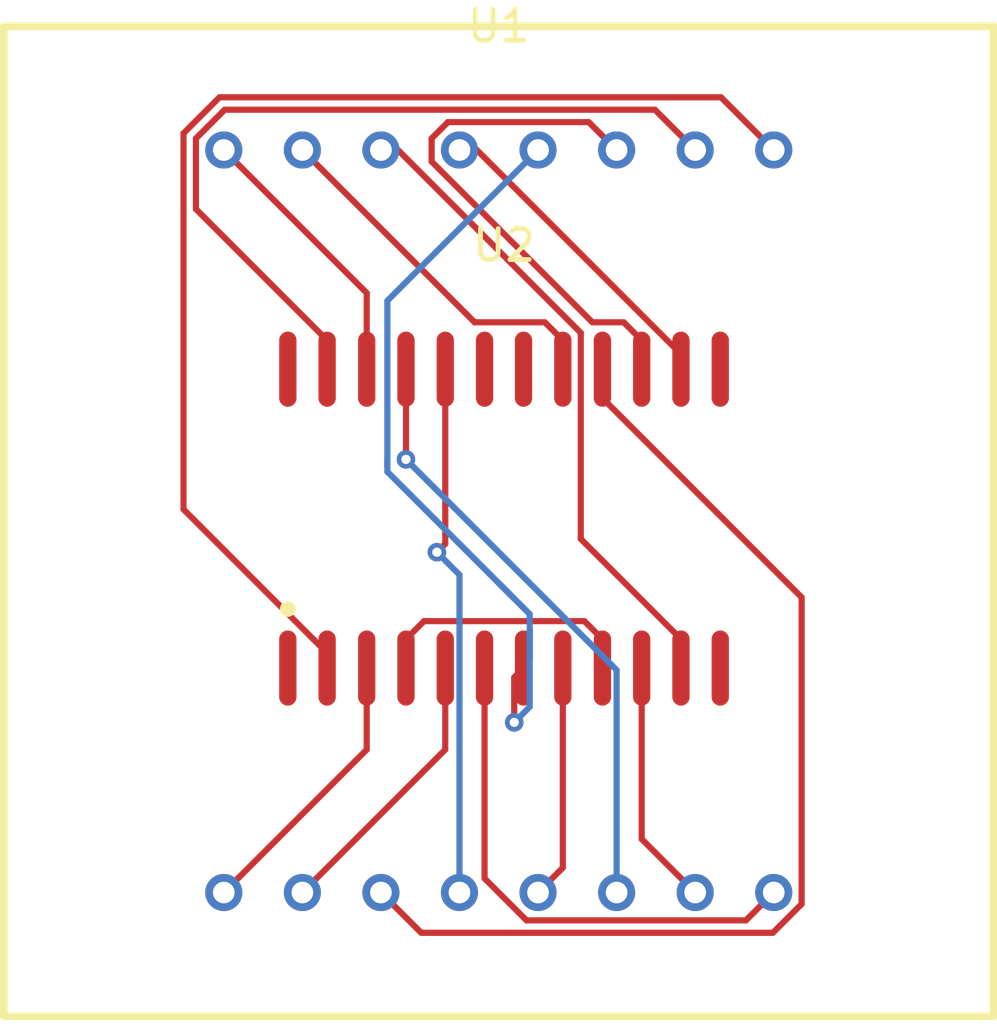
<source format=kicad_pcb>
(kicad_pcb (version 20241229) (generator "pcbnew") (generator_version "9.0")
  (layers (0 "F.Cu" signal) (2 "B.Cu" signal) (13 "F.Paste" user) (15 "B.Paste" user) (5 "F.SilkS" user "F.Silkscreen") (7 "B.SilkS" user "B.Silkscreen") (1 "F.Mask" user) (3 "B.Mask" user) (25 "Edge.Cuts" user))
  (net 0 "")
  (net 1 "DIG1")
  (net 2 "DIG7")
  (net 3 "dout")
  (net 4 "ROW3")
  (net 5 "clk")
  (net 6 "gnd")
  (net 7 "Vpos")
  (net 8 "ROW5")
  (net 9 "cs")
  (net 10 "ROW1")
  (net 11 "SEGG")
  (net 12 "DIG5")
  (net 13 "SEGB")
  (net 14 "ROW7")
  (net 15 "SEGA")
  (net 16 "SEGC")
  (net 17 "ROW4")
  (net 18 "ISET")
  (net 19 "SEGDP")
  (net 20 "SEGD")
  (net 21 "SEGE")
  (net 22 "din")
  (net 23 "SEGF")
  (footprint "HGSEMI_MAX7219M_TR:SOP-24_L15.4-W7.5-P1.27-LS10.4-BL" (layer "F.Cu") (at 132.670721 98.414975)
    (property "Reference" "U2" (at 0 -8.83 0) (layer "F.SilkS"))
    (property "Value" "")
    (fp_circle (center -6.99 2.92) (end -6.86 2.92) (stroke (width 0.25)) (fill no) (layer "F.SilkS"))
    (fp_text user "${REFERENCE}" (at 0 -8.83 0) (layer "F.SilkS"))
    (pad "1" smd oval (at -6.99 4.83) (size 0.56 2.43) (layers "F.Cu" "F.Mask" "F.Paste") (net 22 "din"))
    (pad "2" smd oval (at -5.72 4.83) (size 0.56 2.43) (layers "F.Cu" "F.Mask" "F.Paste") (net 10 "ROW1"))
    (pad "3" smd oval (at -4.44 4.83) (size 0.56 2.43) (layers "F.Cu" "F.Mask" "F.Paste") (net 8 "ROW5"))
    (pad "4" smd oval (at -3.17 4.83) (size 0.56 2.43) (layers "F.Cu" "F.Mask" "F.Paste") (net 6 "gnd"))
    (pad "5" smd oval (at -1.9 4.83) (size 0.56 2.43) (layers "F.Cu" "F.Mask" "F.Paste") (net 14 "ROW7"))
    (pad "6" smd oval (at -0.63 4.83) (size 0.56 2.43) (layers "F.Cu" "F.Mask" "F.Paste") (net 4 "ROW3"))
    (pad "7" smd oval (at 0.63 4.83) (size 0.56 2.43) (layers "F.Cu" "F.Mask" "F.Paste") (net 17 "ROW4"))
    (pad "8" smd oval (at 1.9 4.83) (size 0.56 2.43) (layers "F.Cu" "F.Mask" "F.Paste") (net 2 "DIG7"))
    (pad "9" smd oval (at 3.18 4.83) (size 0.56 2.43) (layers "F.Cu" "F.Mask" "F.Paste") (net 6 "gnd"))
    (pad "10" smd oval (at 4.45 4.83) (size 0.56 2.43) (layers "F.Cu" "F.Mask" "F.Paste") (net 12 "DIG5"))
    (pad "11" smd oval (at 5.72 4.83) (size 0.56 2.43) (layers "F.Cu" "F.Mask" "F.Paste") (net 1 "DIG1"))
    (pad "12" smd oval (at 6.99 4.83) (size 0.56 2.43) (layers "F.Cu" "F.Mask" "F.Paste") (net 9 "cs"))
    (pad "13" smd oval (at 6.99 -4.83) (size 0.56 2.43) (layers "F.Cu" "F.Mask" "F.Paste") (net 5 "clk"))
    (pad "14" smd oval (at 5.72 -4.83) (size 0.56 2.43) (layers "F.Cu" "F.Mask" "F.Paste") (net 15 "SEGA"))
    (pad "15" smd oval (at 4.45 -4.83) (size 0.56 2.43) (layers "F.Cu" "F.Mask" "F.Paste") (net 23 "SEGF"))
    (pad "16" smd oval (at 3.18 -4.83) (size 0.56 2.43) (layers "F.Cu" "F.Mask" "F.Paste") (net 13 "SEGB"))
    (pad "17" smd oval (at 1.9 -4.83) (size 0.56 2.43) (layers "F.Cu" "F.Mask" "F.Paste") (net 11 "SEGG"))
    (pad "18" smd oval (at 0.63 -4.83) (size 0.56 2.43) (layers "F.Cu" "F.Mask" "F.Paste") (net 18 "ISET"))
    (pad "19" smd oval (at -0.63 -4.83) (size 0.56 2.43) (layers "F.Cu" "F.Mask" "F.Paste") (net 7 "Vpos"))
    (pad "20" smd oval (at -1.9 -4.83) (size 0.56 2.43) (layers "F.Cu" "F.Mask" "F.Paste") (net 16 "SEGC"))
    (pad "21" smd oval (at -3.17 -4.83) (size 0.56 2.43) (layers "F.Cu" "F.Mask" "F.Paste") (net 21 "SEGE"))
    (pad "22" smd oval (at -4.44 -4.83) (size 0.56 2.43) (layers "F.Cu" "F.Mask" "F.Paste") (net 19 "SEGDP"))
    (pad "23" smd oval (at -5.72 -4.83) (size 0.56 2.43) (layers "F.Cu" "F.Mask" "F.Paste") (net 20 "SEGD"))
    (pad "24" smd oval (at -6.99 -4.83) (size 0.56 2.43) (layers "F.Cu" "F.Mask" "F.Paste") (net 3 "dout"))
  )
  (footprint "ARKLED_SZ421288N_64:LED-SEG-TH_SZ421288N-64" (layer "F.Cu") (at 132.5 98.5)
    (property "Reference" "U1" (at 0 -16 0) (layer "F.SilkS"))
    (property "Value" "")
    (fp_line (start -16 -16) (end -16 16) (stroke (width 0.25)) (layer "F.SilkS"))
    (fp_line (start -16 16) (end 16 16) (stroke (width 0.25)) (layer "F.SilkS"))
    (fp_line (start 16 -16) (end -16 -16) (stroke (width 0.25)) (layer "F.SilkS"))
    (fp_line (start 16 16) (end 16 -16) (stroke (width 0.25)) (layer "F.SilkS"))
    (fp_text user "${REFERENCE}" (at 0 -16 0) (layer "F.SilkS"))
    (pad "1" thru_hole circle (at -8.89 12) (size 1.2 1.2) (drill 0.700024) (layers "*.Cu" "*.Mask") (net 8 "ROW5"))
    (pad "2" thru_hole circle (at -6.35 12) (size 1.2 1.2) (drill 0.700024) (layers "*.Cu" "*.Mask") (net 14 "ROW7"))
    (pad "3" thru_hole circle (at -3.81 12) (size 1.2 1.2) (drill 0.700024) (layers "*.Cu" "*.Mask") (net 13 "SEGB"))
    (pad "4" thru_hole circle (at -1.27 12) (size 1.2 1.2) (drill 0.700024) (layers "*.Cu" "*.Mask") (net 16 "SEGC"))
    (pad "5" thru_hole circle (at 1.27 12) (size 1.2 1.2) (drill 0.700024) (layers "*.Cu" "*.Mask") (net 2 "DIG7"))
    (pad "6" thru_hole circle (at 3.81 12) (size 1.2 1.2) (drill 0.700024) (layers "*.Cu" "*.Mask") (net 21 "SEGE"))
    (pad "7" thru_hole circle (at 6.35 12) (size 1.2 1.2) (drill 0.700024) (layers "*.Cu" "*.Mask") (net 12 "DIG5"))
    (pad "8" thru_hole circle (at 8.89 12) (size 1.2 1.2) (drill 0.700024) (layers "*.Cu" "*.Mask") (net 4 "ROW3"))
    (pad "9" thru_hole circle (at 8.89 -12) (size 1.2 1.2) (drill 0.700024) (layers "*.Cu" "*.Mask") (net 10 "ROW1"))
    (pad "10" thru_hole circle (at 6.35 -12) (size 1.2 1.2) (drill 0.700024) (layers "*.Cu" "*.Mask") (net 20 "SEGD"))
    (pad "11" thru_hole circle (at 3.81 -12) (size 1.2 1.2) (drill 0.700024) (layers "*.Cu" "*.Mask") (net 23 "SEGF"))
    (pad "12" thru_hole circle (at 1.27 -12) (size 1.2 1.2) (drill 0.700024) (layers "*.Cu" "*.Mask") (net 17 "ROW4"))
    (pad "13" thru_hole circle (at -1.27 -12) (size 1.2 1.2) (drill 0.700024) (layers "*.Cu" "*.Mask") (net 15 "SEGA"))
    (pad "14" thru_hole circle (at -3.81 -12) (size 1.2 1.2) (drill 0.700024) (layers "*.Cu" "*.Mask") (net 1 "DIG1"))
    (pad "15" thru_hole circle (at -6.35 -12) (size 1.2 1.2) (drill 0.700024) (layers "*.Cu" "*.Mask") (net 11 "SEGG"))
    (pad "16" thru_hole circle (at -8.89 -12) (size 1.2 1.2) (drill 0.700024) (layers "*.Cu" "*.Mask") (net 19 "SEGDP"))
  )
  (segment (start 129.242404 86.5) (end 135.151721 92.409317) (width 0.2) (layer "F.Cu") (net 1))
  (segment (start 135.151721 92.409317) (end 135.151721 99.070975) (width 0.2) (layer "F.Cu") (net 1))
  (segment (start 138.390721 102.309975) (end 138.390721 103.244975) (width 0.2) (layer "F.Cu") (net 1))
  (segment (start 135.151721 99.070975) (end 138.390721 102.309975) (width 0.2) (layer "F.Cu") (net 1))
  (segment (start 128.69 86.5) (end 129.242404 86.5) (width 0.2) (layer "F.Cu") (net 1))
  (segment (start 134.570721 109.699279) (end 134.570721 103.244975) (width 0.2) (layer "F.Cu") (net 2))
  (segment (start 133.77 110.5) (end 134.570721 109.699279) (width 0.2) (layer "F.Cu") (net 2))
  (segment (start 140.489 111.401) (end 133.396793 111.401) (width 0.2) (layer "F.Cu") (net 4))
  (segment (start 133.396793 111.401) (end 132.040721 110.044928) (width 0.2) (layer "F.Cu") (net 4))
  (segment (start 132.040721 110.044928) (end 132.040721 103.244975) (width 0.2) (layer "F.Cu") (net 4))
  (segment (start 141.39 110.5) (end 140.489 111.401) (width 0.2) (layer "F.Cu") (net 4))
  (segment (start 135.850721 103.244975) (end 135.850721 102.309975) (width 0.2) (layer "F.Cu") (net 6))
  (segment (start 135.850721 102.309975) (end 135.269721 101.728975) (width 0.2) (layer "F.Cu") (net 6))
  (segment (start 129.500721 102.311) (end 129.500721 103.244975) (width 0.2) (layer "F.Cu") (net 6))
  (segment (start 135.269721 101.728975) (end 130.082746 101.728975) (width 0.2) (layer "F.Cu") (net 6))
  (segment (start 130.082746 101.728975) (end 129.500721 102.311) (width 0.2) (layer "F.Cu") (net 6))
  (segment (start 123.61 110.5) (end 128.230721 105.879279) (width 0.2) (layer "F.Cu") (net 8))
  (segment (start 128.230721 105.879279) (end 128.230721 103.244975) (width 0.2) (layer "F.Cu") (net 8))
  (segment (start 123.471693 84.797) (end 139.687 84.797) (width 0.2) (layer "F.Cu") (net 10))
  (segment (start 122.308 85.960693) (end 123.471693 84.797) (width 0.2) (layer "F.Cu") (net 10))
  (segment (start 139.687 84.797) (end 141.39 86.5) (width 0.2) (layer "F.Cu") (net 10))
  (segment (start 126.950721 102.758317) (end 122.308 98.115596) (width 0.2) (layer "F.Cu") (net 10))
  (segment (start 122.308 98.115596) (end 122.308 85.960693) (width 0.2) (layer "F.Cu") (net 10))
  (segment (start 126.950721 103.244975) (end 126.950721 102.758317) (width 0.2) (layer "F.Cu") (net 10))
  (segment (start 126.15 86.5) (end 131.718975 92.068975) (width 0.2) (layer "F.Cu") (net 11))
  (segment (start 134.570721 92.649975) (end 134.570721 93.584975) (width 0.2) (layer "F.Cu") (net 11))
  (segment (start 131.718975 92.068975) (end 133.989721 92.068975) (width 0.2) (layer "F.Cu") (net 11))
  (segment (start 133.989721 92.068975) (end 134.570721 92.649975) (width 0.2) (layer "F.Cu") (net 11))
  (segment (start 138.85 110.5) (end 137.120721 108.770721) (width 0.2) (layer "F.Cu") (net 12))
  (segment (start 137.120721 108.770721) (end 137.120721 103.244975) (width 0.2) (layer "F.Cu") (net 12))
  (segment (start 128.69 110.5) (end 129.992 111.802) (width 0.2) (layer "F.Cu") (net 13))
  (segment (start 142.291 100.960254) (end 135.850721 94.519975) (width 0.2) (layer "F.Cu") (net 13))
  (segment (start 129.992 111.802) (end 141.362207 111.802) (width 0.2) (layer "F.Cu") (net 13))
  (segment (start 135.850721 94.519975) (end 135.850721 93.584975) (width 0.2) (layer "F.Cu") (net 13))
  (segment (start 141.362207 111.802) (end 142.291 110.873207) (width 0.2) (layer "F.Cu") (net 13))
  (segment (start 142.291 110.873207) (end 142.291 100.960254) (width 0.2) (layer "F.Cu") (net 13))
  (segment (start 130.770721 105.879279) (end 126.15 110.5) (width 0.2) (layer "F.Cu") (net 14))
  (segment (start 130.770721 103.244975) (end 130.770721 105.879279) (width 0.2) (layer "F.Cu") (net 14))
  (segment (start 138.390721 93.098317) (end 138.390721 93.584975) (width 0.2) (layer "F.Cu") (net 15))
  (segment (start 131.792404 86.5) (end 138.390721 93.098317) (width 0.2) (layer "F.Cu") (net 15))
  (segment (start 131.23 86.5) (end 131.792404 86.5) (width 0.2) (layer "F.Cu") (net 15))
  (segment (start 130.770721 99.229279) (end 130.5 99.5) (width 0.2) (layer "F.Cu") (net 16))
  (segment (start 130.770721 93.584975) (end 130.770721 99.229279) (width 0.2) (layer "F.Cu") (net 16))
  (via (at 130.5 99.5) (size 0.6) (drill 0.3) (layers "F.Cu" "B.Cu") (net 16))
  (segment (start 130.5 99.5) (end 131.23 100.23) (width 0.2) (layer "B.Cu") (net 16))
  (segment (start 131.23 100.23) (end 131.23 110.5) (width 0.2) (layer "B.Cu") (net 16))
  (segment (start 133 103.545696) (end 133.300721 103.244975) (width 0.2) (layer "F.Cu") (net 17))
  (segment (start 133 105) (end 133 103.545696) (width 0.2) (layer "F.Cu") (net 17))
  (segment (start 133.300721 102.528254) (end 133.5 102.328975) (width 0.2) (layer "F.Cu") (net 17))
  (segment (start 133.300721 103.244975) (end 133.300721 102.528254) (width 0.2) (layer "F.Cu") (net 17))
  (via (at 133 105) (size 0.6) (drill 0.3) (layers "F.Cu" "B.Cu") (net 17))
  (segment (start 128.899 91.371) (end 133.77 86.5) (width 0.2) (layer "B.Cu") (net 17))
  (segment (start 132.5 100.5) (end 133 101) (width 0.2) (layer "B.Cu") (net 17))
  (segment (start 128.899 96.748943) (end 128.899 96.5) (width 0.2) (layer "B.Cu") (net 17))
  (segment (start 133.5 101.5) (end 133.5 103) (width 0.2) (layer "B.Cu") (net 17))
  (segment (start 128.899 96.899) (end 132.5 100.5) (width 0.2) (layer "B.Cu") (net 17))
  (segment (start 128.899 96.5) (end 128.899 91.371) (width 0.2) (layer "B.Cu") (net 17))
  (segment (start 128.899 96.5) (end 128.899 96.899) (width 0.2) (layer "B.Cu") (net 17))
  (segment (start 133.5 104.5) (end 133 105) (width 0.2) (layer "B.Cu") (net 17))
  (segment (start 132.5 100.5) (end 133.5 101.5) (width 0.2) (layer "B.Cu") (net 17))
  (segment (start 133.5 102.328975) (end 133.5 102) (width 0.2) (layer "B.Cu") (net 17))
  (segment (start 133.5 102) (end 133.5 104.5) (width 0.2) (layer "B.Cu") (net 17))
  (segment (start 128.230721 91.120721) (end 128.230721 93.584975) (width 0.2) (layer "F.Cu") (net 19))
  (segment (start 123.61 86.5) (end 128.230721 91.120721) (width 0.2) (layer "F.Cu") (net 19))
  (segment (start 122.709 88.408254) (end 126.950721 92.649975) (width 0.2) (layer "F.Cu") (net 20))
  (segment (start 126.950721 92.649975) (end 126.950721 93.584975) (width 0.2) (layer "F.Cu") (net 20))
  (segment (start 137.548 85.198) (end 123.637793 85.198) (width 0.2) (layer "F.Cu") (net 20))
  (segment (start 123.637793 85.198) (end 122.709 86.126793) (width 0.2) (layer "F.Cu") (net 20))
  (segment (start 138.85 86.5) (end 137.548 85.198) (width 0.2) (layer "F.Cu") (net 20))
  (segment (start 122.709 86.126793) (end 122.709 88.408254) (width 0.2) (layer "F.Cu") (net 20))
  (segment (start 129.500721 93.584975) (end 129.500721 96.499279) (width 0.2) (layer "F.Cu") (net 21))
  (segment (start 129.500721 96.499279) (end 129.5 96.5) (width 0.2) (layer "F.Cu") (net 21))
  (via (at 129.5 96.5) (size 0.6) (drill 0.3) (layers "F.Cu" "B.Cu") (net 21))
  (segment (start 129.5 96.5) (end 136.31 103.31) (width 0.2) (layer "B.Cu") (net 21))
  (segment (start 136.31 103.31) (end 136.31 110.5) (width 0.2) (layer "B.Cu") (net 21))
  (segment (start 135.409 85.599) (end 130.856793 85.599) (width 0.2) (layer "F.Cu") (net 23))
  (segment (start 136.539721 92.068975) (end 137.120721 92.649975) (width 0.2) (layer "F.Cu") (net 23))
  (segment (start 130.856793 85.599) (end 130.329 86.126793) (width 0.2) (layer "F.Cu") (net 23))
  (segment (start 135.524768 92.068975) (end 136.539721 92.068975) (width 0.2) (layer "F.Cu") (net 23))
  (segment (start 130.329 86.873207) (end 135.524768 92.068975) (width 0.2) (layer "F.Cu") (net 23))
  (segment (start 136.31 86.5) (end 135.409 85.599) (width 0.2) (layer "F.Cu") (net 23))
  (segment (start 130.329 86.126793) (end 130.329 86.873207) (width 0.2) (layer "F.Cu") (net 23))
  (segment (start 137.120721 92.649975) (end 137.120721 93.584975) (width 0.2) (layer "F.Cu") (net 23))
)
</source>
